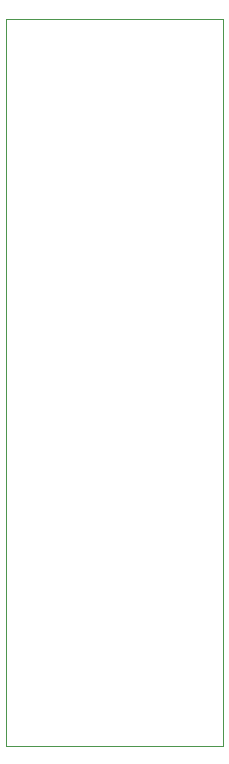
<source format=gbr>
%TF.GenerationSoftware,KiCad,Pcbnew,8.0.3*%
%TF.CreationDate,2024-11-10T13:10:44-08:00*%
%TF.ProjectId,LCSP072rev2,4c435350-3037-4327-9265-76322e6b6963,rev?*%
%TF.SameCoordinates,Original*%
%TF.FileFunction,Profile,NP*%
%FSLAX46Y46*%
G04 Gerber Fmt 4.6, Leading zero omitted, Abs format (unit mm)*
G04 Created by KiCad (PCBNEW 8.0.3) date 2024-11-10 13:10:44*
%MOMM*%
%LPD*%
G01*
G04 APERTURE LIST*
%TA.AperFunction,Profile*%
%ADD10C,0.050000*%
%TD*%
G04 APERTURE END LIST*
D10*
X119684800Y-65989200D02*
X138099800Y-65989200D01*
X138099800Y-127533400D01*
X119684800Y-127533400D01*
X119684800Y-65989200D01*
M02*

</source>
